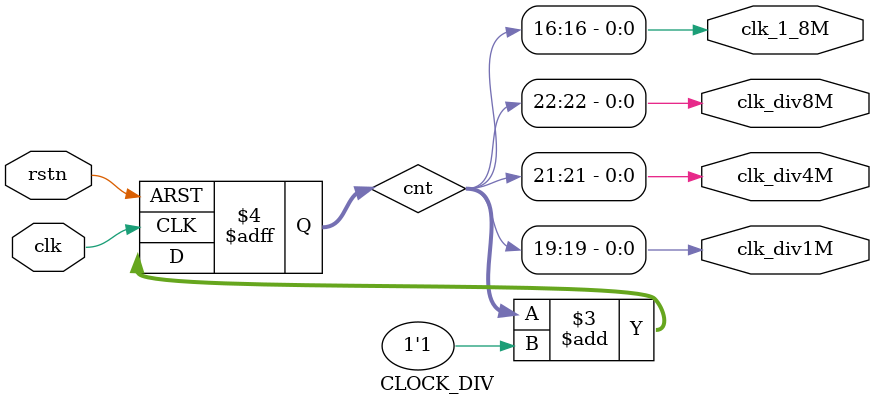
<source format=v>
`timescale 1ns / 1ps
module CLOCK_DIV(

			input		clk,
			input		rstn,
			
			output  clk_1_8M,
			output	clk_div1M,
			output	clk_div4M,
			output	clk_div8M
    );

			reg	[23:0]	cnt;
			assign      clk_1_8M    =   cnt[16];
			assign		clk_div1M	=	cnt[19];
			assign		clk_div4M	=	cnt[21];
			assign		clk_div8M	=	cnt[22];
			
			always @ (posedge clk or negedge rstn)begin
				if(!rstn)
					cnt <= 24'h0;
				else cnt <= cnt + 1'b1;
			end
			
endmodule

</source>
